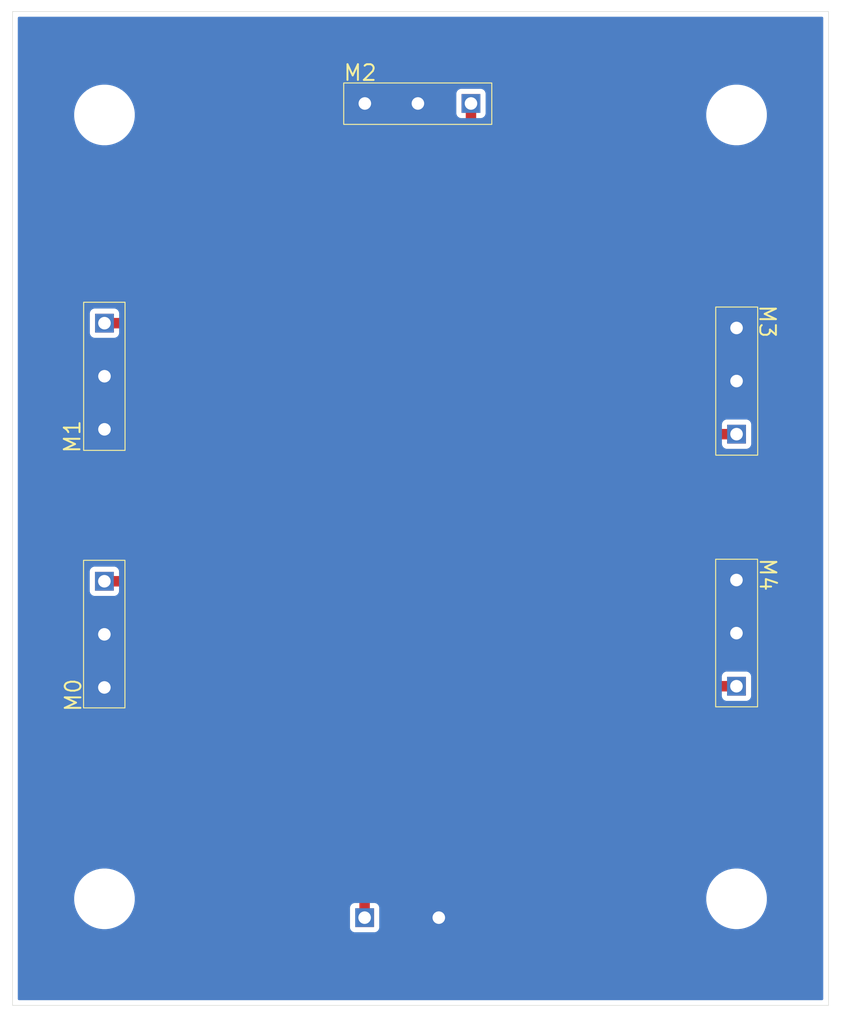
<source format=kicad_pcb>
(kicad_pcb (version 20241229) (generator "pcbnew") (generator_version "9.0")
  (layers (0 "F.Cu" signal) (2 "B.Cu" signal) (13 "F.Paste" user) (15 "B.Paste" user) (5 "F.SilkS" user "F.Silkscreen") (7 "B.SilkS" user "B.Silkscreen") (1 "F.Mask" user) (3 "B.Mask" user) (25 "Edge.Cuts" user))
  (net 0 "")
  (net 1 "GND")
  (net 2 "Net-(U16-Pad1)")
  (footprint "Testing:8737" (layer "F.Cu") (at 110.5 80.54)
    (property "Reference" "U16" (hide yes))
    (property "Value" "8737" (hide yes))
    (pad "1" thru_hole rect (at 0 0) (size 1.8 1.8) (drill 1.2) (layers "*.Cu" "*.Mask") (net 2 "Net-(U16-Pad1)"))
  )
  (footprint "MountingHole:MountingHole_5.3mm_M5" (layer "F.Cu") (at 50 50)
    (property "Reference" "REF**" (hide yes))
    (property "Value" "MountingHole_5.3mm_M5")
    (pad "" np_thru_hole circle (at 0 0) (size 5.3 5.3) (drill 5.3) (layers "*.Cu" "*.Mask"))
  )
  (footprint "Testing:8737" (layer "F.Cu") (at 110.5 75.46)
    (property "Reference" "U14" (hide yes))
    (property "Value" "8737" (hide yes))
    (pad "1" thru_hole rect (at 0 0) (size 1.8 1.8) (drill 1.2) (layers "*.Cu" "*.Mask") (net 1 "GND"))
  )
  (footprint "MountingHole:MountingHole_5.3mm_M5" (layer "F.Cu") (at 110.5 125)
    (property "Reference" "REF**" (hide yes))
    (property "Value" "MountingHole_5.3mm_M5")
    (pad "" np_thru_hole circle (at 0 0) (size 5.3 5.3) (drill 5.3) (layers "*.Cu" "*.Mask"))
  )
  (footprint "Testing:8737" (layer "F.Cu") (at 50 75 180)
    (property "Reference" "U2" (hide yes))
    (property "Value" "8737" (hide yes))
    (pad "1" thru_hole rect (at 0 0 180) (size 1.8 1.8) (drill 1.2) (layers "*.Cu" "*.Mask") (net 1 "GND"))
  )
  (footprint "Testing:8737" (layer "F.Cu") (at 110.49 99.577579)
    (property "Reference" "U18" (hide yes))
    (property "Value" "8737" (hide yes))
    (pad "1" thru_hole rect (at 0 0) (size 1.8 1.8) (drill 1.2) (layers "*.Cu" "*.Mask") (net 1 "GND"))
  )
  (footprint "MountingHole:MountingHole_5.3mm_M5" (layer "F.Cu") (at 110.5 50)
    (property "Reference" "REF**" (hide yes))
    (property "Value" "MountingHole_5.3mm_M5")
    (pad "" np_thru_hole circle (at 0 0) (size 5.3 5.3) (drill 5.3) (layers "*.Cu" "*.Mask"))
  )
  (footprint "Testing:8737" (layer "F.Cu") (at 49.99 99.695)
    (property "Reference" "U7" (hide yes))
    (property "Value" "8737" (hide yes))
    (pad "1" thru_hole rect (at 0 0) (size 1.8 1.8) (drill 1.2) (layers "*.Cu" "*.Mask") (net 1 "GND"))
  )
  (footprint "Testing:8737" (layer "F.Cu") (at 110.49 104.657579)
    (property "Reference" "U20" (hide yes))
    (property "Value" "8737" (hide yes))
    (pad "1" thru_hole rect (at 0 0) (size 1.8 1.8) (drill 1.2) (layers "*.Cu" "*.Mask") (net 2 "Net-(U16-Pad1)"))
  )
  (footprint "Testing:8737" (layer "F.Cu") (at 49.99 104.775)
    (property "Reference" "U8" (hide yes))
    (property "Value" "8737" (hide yes))
    (pad "1" thru_hole rect (at 0 0) (size 1.8 1.8) (drill 1.2) (layers "*.Cu" "*.Mask") (net 1 "GND"))
  )
  (footprint "Testing:8737" (layer "F.Cu") (at 74.9 126.8 90)
    (property "Reference" "U22" (hide yes))
    (property "Value" "8737" (hide yes))
    (pad "1" thru_hole rect (at 0 0 90) (size 1.8 1.8) (drill 1.2) (layers "*.Cu" "*.Mask") (net 2 "Net-(U16-Pad1)"))
  )
  (footprint "Testing:8737" (layer "F.Cu") (at 49.99 94.615)
    (property "Reference" "U5" (hide yes))
    (property "Value" "8737" (hide yes))
    (pad "1" thru_hole rect (at 0 0) (size 1.8 1.8) (drill 1.2) (layers "*.Cu" "*.Mask") (net 2 "Net-(U16-Pad1)"))
  )
  (footprint "Testing:8737" (layer "F.Cu") (at 82 126.8 90)
    (property "Reference" "U23" (hide yes))
    (property "Value" "8737" (hide yes))
    (pad "1" thru_hole rect (at 0 0 90) (size 1.8 1.8) (drill 1.2) (layers "*.Cu" "*.Mask") (net 1 "GND"))
  )
  (footprint "Testing:8737" (layer "F.Cu") (at 50 69.92 180)
    (property "Reference" "U4" (hide yes))
    (property "Value" "8737" (hide yes))
    (pad "1" thru_hole rect (at 0 0 180) (size 1.8 1.8) (drill 1.2) (layers "*.Cu" "*.Mask") (net 2 "Net-(U16-Pad1)"))
  )
  (footprint "Testing:8737" (layer "F.Cu") (at 85.08 48.9 -90)
    (property "Reference" "U9" (hide yes))
    (property "Value" "8737" (hide yes))
    (pad "1" thru_hole rect (at 0 0 270) (size 1.8 1.8) (drill 1.2) (layers "*.Cu" "*.Mask") (net 2 "Net-(U16-Pad1)"))
  )
  (footprint "Testing:8737" (layer "F.Cu") (at 110.49 94.497579)
    (property "Reference" "U17" (hide yes))
    (property "Value" "8737" (hide yes))
    (pad "1" thru_hole rect (at 0 0) (size 1.8 1.8) (drill 1.2) (layers "*.Cu" "*.Mask") (net 1 "GND"))
  )
  (footprint "Testing:8737" (layer "F.Cu") (at 50 80.08 180)
    (property "Reference" "U1" (hide yes))
    (property "Value" "8737" (hide yes))
    (pad "1" thru_hole rect (at 0 0 180) (size 1.8 1.8) (drill 1.2) (layers "*.Cu" "*.Mask") (net 1 "GND"))
  )
  (footprint "Testing:8737" (layer "F.Cu") (at 74.92 48.9 -90)
    (property "Reference" "U12" (hide yes))
    (property "Value" "8737" (hide yes))
    (pad "1" thru_hole rect (at 0 0 270) (size 1.8 1.8) (drill 1.2) (layers "*.Cu" "*.Mask") (net 1 "GND"))
  )
  (footprint "MountingHole:MountingHole_5.3mm_M5" (layer "F.Cu") (at 50 125)
    (property "Reference" "REF**" (hide yes))
    (property "Value" "MountingHole_5.3mm_M5")
    (pad "" np_thru_hole circle (at 0 0) (size 5.3 5.3) (drill 5.3) (layers "*.Cu" "*.Mask"))
  )
  (footprint "Testing:8737" (layer "F.Cu") (at 110.5 70.38)
    (property "Reference" "U13" (hide yes))
    (property "Value" "8737" (hide yes))
    (pad "1" thru_hole rect (at 0 0) (size 1.8 1.8) (drill 1.2) (layers "*.Cu" "*.Mask") (net 1 "GND"))
  )
  (footprint "Testing:8737" (layer "F.Cu") (at 80 48.9 -90)
    (property "Reference" "U11" (hide yes))
    (property "Value" "8737" (hide yes))
    (pad "1" thru_hole rect (at 0 0 270) (size 1.8 1.8) (drill 1.2) (layers "*.Cu" "*.Mask") (net 1 "GND"))
  )
  (gr_rect (start 72.898 46.9392) (end 87.0712 50.9016) (stroke (width 0.1)) (fill no) (layer "F.SilkS"))
  (gr_rect (start 108.5088 68.3768) (end 112.522 82.55) (stroke (width 0.1)) (fill no) (layer "F.SilkS"))
  (gr_rect (start 108.4988 92.5068) (end 112.512 106.6292) (stroke (width 0.1)) (fill no) (layer "F.SilkS"))
  (gr_rect (start 48.006 67.9196) (end 51.9684 82.0928) (stroke (width 0.1)) (fill no) (layer "F.SilkS"))
  (gr_rect (start 47.996 92.6082) (end 51.9584 106.7306) (stroke (width 0.1)) (fill no) (layer "F.SilkS"))
  (gr_rect (start 41.2 40.1) (end 119.3 135.2) (stroke (width 0.05)) (fill no) (layer "Edge.Cuts"))
  (gr_text "M2" (at 74.4728 46.8376 0) (layer "F.SilkS") (effects (font (size 1.5 1.5) (thickness 0.1875)) (justify bottom)))
  (gr_text "M0" (at 47.8944 105.5114 90) (layer "F.SilkS") (effects (font (size 1.5 1.5) (thickness 0.1875)) (justify bottom)))
  (gr_text "M3\n" (at 112.5728 69.7484 270) (layer "F.SilkS") (effects (font (size 1.5 1.5) (thickness 0.1875)) (justify bottom)))
  (gr_text "M1" (at 47.8028 80.772 90) (layer "F.SilkS") (effects (font (size 1.5 1.5) (thickness 0.1875)) (justify bottom)))
  (gr_text "M4\n" (at 112.6136 93.98 270) (layer "F.SilkS") (effects (font (size 1.5 1.5) (thickness 0.1875)) (justify bottom)))
  (segment (start 104.04 80.54) (end 104 80.5) (width 1) (layer "F.Cu") (net 2))
  (segment (start 110.5 80.54) (end 104.04 80.54) (width 1) (layer "F.Cu") (net 2))
  (segment (start 56.92 69.92) (end 57 70) (width 1) (layer "F.Cu") (net 2))
  (segment (start 85.08 55.92) (end 85 56) (width 1) (layer "F.Cu") (net 2))
  (segment (start 104.157579 104.657579) (end 110.49 104.657579) (width 1) (layer "F.Cu") (net 2))
  (segment (start 57 70) (end 57 56) (width 1) (layer "F.Cu") (net 2))
  (segment (start 85.08 48.9) (end 85.08 55.92) (width 1) (layer "F.Cu") (net 2))
  (segment (start 75 116) (end 57 116) (width 1) (layer "F.Cu") (net 2))
  (segment (start 104 56) (end 104 80.5) (width 1) (layer "F.Cu") (net 2))
  (segment (start 74.9 116.1) (end 75 116) (width 1) (layer "F.Cu") (net 2))
  (segment (start 74.9 126.8) (end 74.9 116.1) (width 1) (layer "F.Cu") (net 2))
  (segment (start 104 104.5) (end 104.157579 104.657579) (width 1) (layer "F.Cu") (net 2))
  (segment (start 85 56) (end 104 56) (width 1) (layer "F.Cu") (net 2))
  (segment (start 57 94.5) (end 57 70) (width 1) (layer "F.Cu") (net 2))
  (segment (start 50 69.92) (end 56.92 69.92) (width 1) (layer "F.Cu") (net 2))
  (segment (start 49.99 94.615) (end 56.885 94.615) (width 1) (layer "F.Cu") (net 2))
  (segment (start 104 80.5) (end 104 104.5) (width 1) (layer "F.Cu") (net 2))
  (segment (start 56.885 94.615) (end 57 94.5) (width 1) (layer "F.Cu") (net 2))
  (segment (start 57 116) (end 57 94.5) (width 1) (layer "F.Cu") (net 2))
  (segment (start 57 56) (end 85 56) (width 1) (layer "F.Cu") (net 2))
  (zone (net 1) (net_name "GND") (layer "B.Cu") (connect_pads yes (clearance 0.5)) (min_thickness 0.25) (fill yes (thermal_gap 0.5) (thermal_bridge_width 0.5))
    (polygon (pts (xy 40 39) (xy 121 39) (xy 121 137) (xy 40 137)))
  )
)
</source>
